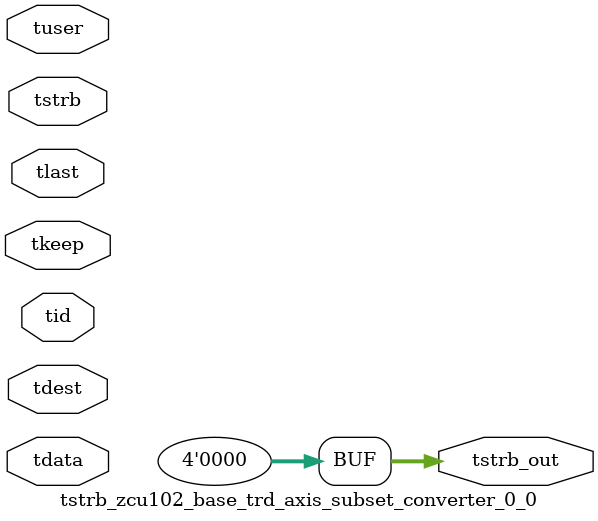
<source format=v>


`timescale 1ps/1ps

module tstrb_zcu102_base_trd_axis_subset_converter_0_0 #
(
parameter C_S_AXIS_TDATA_WIDTH = 32,
parameter C_S_AXIS_TUSER_WIDTH = 0,
parameter C_S_AXIS_TID_WIDTH   = 0,
parameter C_S_AXIS_TDEST_WIDTH = 0,
parameter C_M_AXIS_TDATA_WIDTH = 32
)
(
input  [(C_S_AXIS_TDATA_WIDTH == 0 ? 1 : C_S_AXIS_TDATA_WIDTH)-1:0     ] tdata,
input  [(C_S_AXIS_TUSER_WIDTH == 0 ? 1 : C_S_AXIS_TUSER_WIDTH)-1:0     ] tuser,
input  [(C_S_AXIS_TID_WIDTH   == 0 ? 1 : C_S_AXIS_TID_WIDTH)-1:0       ] tid,
input  [(C_S_AXIS_TDEST_WIDTH == 0 ? 1 : C_S_AXIS_TDEST_WIDTH)-1:0     ] tdest,
input  [(C_S_AXIS_TDATA_WIDTH/8)-1:0 ] tkeep,
input  [(C_S_AXIS_TDATA_WIDTH/8)-1:0 ] tstrb,
input                                                                    tlast,
output [(C_M_AXIS_TDATA_WIDTH/8)-1:0 ] tstrb_out
);

assign tstrb_out = {1'b0};

endmodule


</source>
